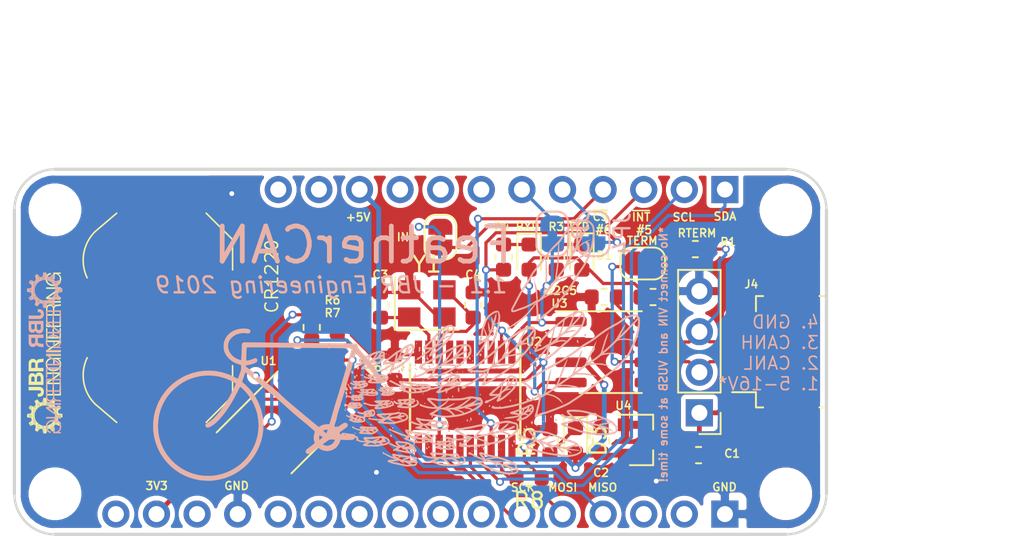
<source format=kicad_pcb>
(kicad_pcb (version 20171130) (host pcbnew "(5.1.5-0-10_14)")
  (title_block (title FeatherCAN) (date 2019-12-23) (rev 1.0) (company "JBR Engineering Research Ltd") (comment 1 "J. Whittington 2019"))
  (layers (0 F.Cu signal) (31 B.Cu signal) (34 B.Paste user) (35 F.Paste user) (36 B.SilkS user) (37 F.SilkS user) (38 B.Mask user) (39 F.Mask user) (44 Edge.Cuts user))
  (net 0 "")
  (net 1 /MISO)
  (net 2 /MOSI)
  (net 3 /SCK)
  (net 4 GND)
  (net 5 /SDA)
  (net 6 /SCL)
  (net 7 "Net-(BT1-Pad1)")
  (net 8 "Net-(U1-Pad4)")
  (net 9 "Net-(U1-Pad3)")
  (net 10 "Net-(U1-Pad1)")
  (net 11 "Net-(U2-Pad3)")
  (net 12 "Net-(U2-Pad4)")
  (net 13 "Net-(U2-Pad5)")
  (net 14 "Net-(U2-Pad6)")
  (net 15 "Net-(U2-Pad7)")
  (net 16 "Net-(U2-Pad11)")
  (net 17 "Net-(U2-Pad12)")
  (net 18 "Net-(U2-Pad15)")
  (net 19 "Net-(U3-Pad5)")
  (net 20 VCC)
  (net 21 "Net-(C3-Pad2)")
  (net 22 "Net-(C4-Pad2)")
  (net 23 "Net-(D1-Pad1)")
  (net 24 "Net-(D2-Pad1)")
  (net 25 "Net-(D3-Pad1)")
  (net 26 "Net-(J1-Pad2)")
  (net 27 "Net-(J1-Pad3)")
  (net 28 "Net-(J1-Pad7)")
  (net 29 "Net-(J1-Pad8)")
  (net 30 "Net-(J1-Pad9)")
  (net 31 "Net-(J1-Pad10)")
  (net 32 "Net-(J1-Pad11)")
  (net 33 "Net-(J1-Pad12)")
  (net 34 "Net-(J1-Pad14)")
  (net 35 "Net-(J1-Pad16)")
  (net 36 "Net-(J2-Pad7)")
  (net 37 /~INTCAN)
  (net 38 /~CSCAN)
  (net 39 "Net-(J2-Pad11)")
  (net 40 "Net-(J2-Pad12)")
  (net 41 "Net-(JP1-Pad2)")
  (net 42 "Net-(JP2-Pad2)")
  (net 43 "Net-(R2-Pad1)")
  (net 44 /VIN)
  (net 45 +5V)
  (net 46 /CAN+)
  (net 47 /CAN-)
  (net 48 "Net-(J2-Pad8)")
  (net 49 "Net-(J2-Pad9)")
  (net 50 "Net-(R8-Pad2)")
  (net 51 /FC_RX)
  (net 52 /FC_TX)
  (net 53 "Net-(JP3-Pad1)")
  (net 54 "Net-(JP4-Pad1)")
  (module MountingHole:MountingHole_2.7mm_M2.5 (layer F.Cu) (at 164.46 97.14)
    (fp_text reference REF** hide)
    (fp_text value MountingHole_2.7mm_M2.5 hide)
    (pad 1 np_thru_hole circle (at 0 0) (size 2.7 2.7) (drill 2.7) (layers *.Cu *.Mask))
  )
  (module MountingHole:MountingHole_2.7mm_M2.5 (layer F.Cu) (at 164.46 114.92)
    (fp_text reference REF** hide)
    (fp_text value MountingHole_2.7mm_M2.5 hide)
    (pad 1 np_thru_hole circle (at 0 0) (size 2.7 2.7) (drill 2.7) (layers *.Cu *.Mask))
  )
  (module MountingHole:MountingHole_2.7mm_M2.5 (layer F.Cu) (at 118.74 114.92)
    (fp_text reference REF** hide)
    (fp_text value MountingHole_2.7mm_M2.5 hide)
    (pad 1 np_thru_hole circle (at 0 0) (size 2.7 2.7) (drill 2.7) (layers *.Cu *.Mask))
  )
  (module MountingHole:MountingHole_2.7mm_M2.5 (layer F.Cu) (at 118.74 97.14)
    (fp_text reference REF** hide)
    (fp_text value MountingHole_2.7mm_M2.5 hide)
    (pad 1 np_thru_hole circle (at 0 0) (size 2.7 2.7) (drill 2.7) (layers *.Cu *.Mask))
  )
  (module KiCad/Capacitor_SMD.pretty:C_0603_1608Metric (layer F.Cu) (at 144.9 103.1 270)
    (fp_text reference C4 (at -1.9 0 180) (layer F.SilkS) (effects (font (size 0.5 0.5) (thickness 0.1))))
    (fp_text value 8pF)
    (pad 2 smd roundrect (at 0.7875 0 270) (size 0.875 0.95) (layers F.Cu F.Paste F.Mask) (net 22 "Net-(C4-Pad2)"))
    (pad 1 smd roundrect (at -0.7875 0 270) (size 0.875 0.95) (layers F.Cu F.Paste F.Mask) (net 4 GND))
  )
  (module tunaf1sh/JBR-logos.pretty:FeatherCAN (layer B.Cu) (at 140.1 105.9 180)
    (fp_text reference G*** hide)
    (fp_text value LOGO hide)
  )
  (module tunaf1sh/JBR-logos.pretty:jbr_logo_tiny (layer F.Cu) (at 118.1 106.1 90)
    (fp_text reference G*** hide)
    (fp_text value LOGO hide)
  )
  (module tunaf1sh/JBR-logos.pretty:jbr_logo_tiny (layer B.Cu) (at 118.1 106.1 270)
    (fp_text reference G*** hide)
    (fp_text value LOGO hide)
  )
  (module tunaf1sh/JBR-logos.pretty:FeatherCAN (layer B.Cu) (at 131.2 104.8 180)
    (fp_text reference G*** hide)
    (fp_text value LOGO hide)
  )
  (module tunaf1sh/JBR-logos.pretty:jbr-binary-xs-mask (layer F.Cu) (at 135.2 100.1)
    (fp_text reference G*** hide)
    (fp_text value LOGO hide)
  )
  (module KiCad/Connector_PinHeader_2.54mm.pretty:PinHeader_1x12_P2.54mm_Vertical (layer B.Cu) (at 160.65 95.87 90)
    (fp_text reference J2 hide)
    (fp_text value "Feather Short")
    (pad 1 thru_hole rect (at 0 0 90) (size 1.7 1.7) (drill 1) (layers *.Cu *.Mask) (net 5 /SDA))
    (pad 2 thru_hole oval (at 0 -2.54 90) (size 1.7 1.7) (drill 1) (layers *.Cu *.Mask) (net 6 /SCL))
    (pad 3 thru_hole oval (at 0 -5.08 90) (size 1.7 1.7) (drill 1) (layers *.Cu *.Mask) (net 37 /~INTCAN))
    (pad 4 thru_hole oval (at 0 -7.62 90) (size 1.7 1.7) (drill 1) (layers *.Cu *.Mask) (net 38 /~CSCAN))
    (pad 5 thru_hole oval (at 0 -10.16 90) (size 1.7 1.7) (drill 1) (layers *.Cu *.Mask) (net 51 /FC_RX))
    (pad 6 thru_hole oval (at 0 -12.7 90) (size 1.7 1.7) (drill 1) (layers *.Cu *.Mask) (net 52 /FC_TX))
    (pad 7 thru_hole oval (at 0 -15.24 90) (size 1.7 1.7) (drill 1) (layers *.Cu *.Mask) (net 36 "Net-(J2-Pad7)"))
    (pad 8 thru_hole oval (at 0 -17.78 90) (size 1.7 1.7) (drill 1) (layers *.Cu *.Mask) (net 48 "Net-(J2-Pad8)"))
    (pad 9 thru_hole oval (at 0 -20.32 90) (size 1.7 1.7) (drill 1) (layers *.Cu *.Mask) (net 49 "Net-(J2-Pad9)"))
    (pad 10 thru_hole oval (at 0 -22.86 90) (size 1.7 1.7) (drill 1) (layers *.Cu *.Mask) (net 45 +5V))
    (pad 11 thru_hole oval (at 0 -25.4 90) (size 1.7 1.7) (drill 1) (layers *.Cu *.Mask) (net 39 "Net-(J2-Pad11)"))
    (pad 12 thru_hole oval (at 0 -27.94 90) (size 1.7 1.7) (drill 1) (layers *.Cu *.Mask) (net 40 "Net-(J2-Pad12)"))
  )
  (module KiCad/Connector_PinHeader_2.54mm.pretty:PinHeader_1x16_P2.54mm_Vertical (layer B.Cu) (at 160.65 116.19 90)
    (fp_text reference J1 hide)
    (fp_text value "Feather Long")
    (pad 1 thru_hole rect (at 0 0 90) (size 1.7 1.7) (drill 1) (layers *.Cu *.Mask) (net 4 GND))
    (pad 2 thru_hole oval (at 0 -2.54 90) (size 1.7 1.7) (drill 1) (layers *.Cu *.Mask) (net 26 "Net-(J1-Pad2)"))
    (pad 3 thru_hole oval (at 0 -5.08 90) (size 1.7 1.7) (drill 1) (layers *.Cu *.Mask) (net 27 "Net-(J1-Pad3)"))
    (pad 4 thru_hole oval (at 0 -7.62 90) (size 1.7 1.7) (drill 1) (layers *.Cu *.Mask) (net 1 /MISO))
    (pad 5 thru_hole oval (at 0 -10.16 90) (size 1.7 1.7) (drill 1) (layers *.Cu *.Mask) (net 2 /MOSI))
    (pad 6 thru_hole oval (at 0 -12.7 90) (size 1.7 1.7) (drill 1) (layers *.Cu *.Mask) (net 3 /SCK))
    (pad 7 thru_hole oval (at 0 -15.24 90) (size 1.7 1.7) (drill 1) (layers *.Cu *.Mask) (net 28 "Net-(J1-Pad7)"))
    (pad 8 thru_hole oval (at 0 -17.78 90) (size 1.7 1.7) (drill 1) (layers *.Cu *.Mask) (net 29 "Net-(J1-Pad8)"))
    (pad 9 thru_hole oval (at 0 -20.32 90) (size 1.7 1.7) (drill 1) (layers *.Cu *.Mask) (net 30 "Net-(J1-Pad9)"))
    (pad 10 thru_hole oval (at 0 -22.86 90) (size 1.7 1.7) (drill 1) (layers *.Cu *.Mask) (net 31 "Net-(J1-Pad10)"))
    (pad 11 thru_hole oval (at 0 -25.4 90) (size 1.7 1.7) (drill 1) (layers *.Cu *.Mask) (net 32 "Net-(J1-Pad11)"))
    (pad 12 thru_hole oval (at 0 -27.94 90) (size 1.7 1.7) (drill 1) (layers *.Cu *.Mask) (net 33 "Net-(J1-Pad12)"))
    (pad 13 thru_hole oval (at 0 -30.48 90) (size 1.7 1.7) (drill 1) (layers *.Cu *.Mask) (net 4 GND))
    (pad 14 thru_hole oval (at 0 -33.02 90) (size 1.7 1.7) (drill 1) (layers *.Cu *.Mask) (net 34 "Net-(J1-Pad14)"))
    (pad 15 thru_hole oval (at 0 -35.56 90) (size 1.7 1.7) (drill 1) (layers *.Cu *.Mask) (net 20 VCC))
    (pad 16 thru_hole oval (at 0 -38.1 90) (size 1.7 1.7) (drill 1) (layers *.Cu *.Mask) (net 35 "Net-(J1-Pad16)"))
  )
  (module KiCad/Capacitor_SMD.pretty:C_0603_1608Metric (layer F.Cu) (at 159 112.5)
    (fp_text reference C1 (at 2.1 -0.1) (layer F.SilkS) (effects (font (size 0.5 0.5) (thickness 0.1))))
    (fp_text value 1uF)
    (pad 1 smd roundrect (at -0.7875 0) (size 0.875 0.95) (layers F.Cu F.Paste F.Mask) (net 44 /VIN))
    (pad 2 smd roundrect (at 0.7875 0) (size 0.875 0.95) (layers F.Cu F.Paste F.Mask) (net 4 GND))
  )
  (module KiCad/Resistor_SMD.pretty:R_0603_1608Metric (layer F.Cu) (at 150.1 100.1 270)
    (fp_text reference R3 (at -1.9 0) (layer F.SilkS) (effects (font (size 0.5 0.5) (thickness 0.1))))
    (fp_text value 1k)
    (pad 2 smd roundrect (at 0.7875 0 270) (size 0.875 0.95) (layers F.Cu F.Paste F.Mask) (net 53 "Net-(JP3-Pad1)"))
    (pad 1 smd roundrect (at -0.7875 0 270) (size 0.875 0.95) (layers F.Cu F.Paste F.Mask) (net 23 "Net-(D1-Pad1)"))
  )
  (module KiCad/Battery.pretty:BatteryHolder_LINX_BAT-HLD-012-SMT (layer F.Cu) (at 125.45 103.9 270)
    (fp_text reference BT1 hide)
    (fp_text value CR1220 (at -2.6 -6.85 90) (layer F.SilkS) (effects (font (size 0.8 0.8) (thickness 0.1))))
    (pad 1 smd rect (at -7.6 0 270) (size 2.5 5.1) (layers F.Cu F.Paste F.Mask) (net 7 "Net-(BT1-Pad1)"))
    (pad 1 smd rect (at 7.6 0 270) (size 2.5 5.1) (layers F.Cu F.Paste F.Mask) (net 7 "Net-(BT1-Pad1)"))
    (pad 2 smd circle (at 0 0 270) (size 10.2 10.2) (layers F.Cu F.Paste F.Mask) (net 4 GND))
  )
  (module KiCad/Package_SO.pretty:SOIC-8_3.9x4.9mm_P1.27mm (layer F.Cu) (at 133.1 110.45 45)
    (fp_text reference U1 (at 2.015254 -3.429468) (layer F.SilkS) (effects (font (size 0.5 0.5) (thickness 0.1))))
    (fp_text value DS3231MZ)
    (pad 8 smd roundrect (at 2.475 -1.905 45) (size 1.95 0.6) (layers F.Cu F.Paste F.Mask) (net 6 /SCL))
    (pad 7 smd roundrect (at 2.475 -0.635 45) (size 1.95 0.6) (layers F.Cu F.Paste F.Mask) (net 5 /SDA))
    (pad 6 smd roundrect (at 2.475 0.635 45) (size 1.95 0.6) (layers F.Cu F.Paste F.Mask) (net 7 "Net-(BT1-Pad1)"))
    (pad 5 smd roundrect (at 2.475 1.905 45) (size 1.95 0.6) (layers F.Cu F.Paste F.Mask) (net 4 GND))
    (pad 4 smd roundrect (at -2.475 1.905 45) (size 1.95 0.6) (layers F.Cu F.Paste F.Mask) (net 8 "Net-(U1-Pad4)"))
    (pad 3 smd roundrect (at -2.475 0.635 45) (size 1.95 0.6) (layers F.Cu F.Paste F.Mask) (net 9 "Net-(U1-Pad3)"))
    (pad 2 smd roundrect (at -2.475 -0.635 45) (size 1.95 0.6) (layers F.Cu F.Paste F.Mask) (net 20 VCC))
    (pad 1 smd roundrect (at -2.475 -1.905 45) (size 1.95 0.6) (layers F.Cu F.Paste F.Mask) (net 10 "Net-(U1-Pad1)"))
  )
  (module KiCad/Package_SO.pretty:TSSOP-20_4.4x6.5mm_P0.65mm (layer F.Cu) (at 144.4 109 270)
    (fp_text reference U2 (at -3.6 -4.3 180) (layer F.SilkS) (effects (font (size 0.5 0.5) (thickness 0.1))))
    (fp_text value MCP2515-xST)
    (pad 1 smd rect (at -2.95 -2.925 270) (size 1.45 0.45) (layers F.Cu F.Paste F.Mask) (net 53 "Net-(JP3-Pad1)"))
    (pad 2 smd rect (at -2.95 -2.275 270) (size 1.45 0.45) (layers F.Cu F.Paste F.Mask) (net 54 "Net-(JP4-Pad1)"))
    (pad 3 smd rect (at -2.95 -1.625 270) (size 1.45 0.45) (layers F.Cu F.Paste F.Mask) (net 11 "Net-(U2-Pad3)"))
    (pad 4 smd rect (at -2.95 -0.975 270) (size 1.45 0.45) (layers F.Cu F.Paste F.Mask) (net 12 "Net-(U2-Pad4)"))
    (pad 5 smd rect (at -2.95 -0.325 270) (size 1.45 0.45) (layers F.Cu F.Paste F.Mask) (net 13 "Net-(U2-Pad5)"))
    (pad 6 smd rect (at -2.95 0.325 270) (size 1.45 0.45) (layers F.Cu F.Paste F.Mask) (net 14 "Net-(U2-Pad6)"))
    (pad 7 smd rect (at -2.95 0.975 270) (size 1.45 0.45) (layers F.Cu F.Paste F.Mask) (net 15 "Net-(U2-Pad7)"))
    (pad 8 smd rect (at -2.95 1.625 270) (size 1.45 0.45) (layers F.Cu F.Paste F.Mask) (net 22 "Net-(C4-Pad2)"))
    (pad 9 smd rect (at -2.95 2.275 270) (size 1.45 0.45) (layers F.Cu F.Paste F.Mask) (net 21 "Net-(C3-Pad2)"))
    (pad 10 smd rect (at -2.95 2.925 270) (size 1.45 0.45) (layers F.Cu F.Paste F.Mask) (net 4 GND))
    (pad 11 smd rect (at 2.95 2.925 270) (size 1.45 0.45) (layers F.Cu F.Paste F.Mask) (net 16 "Net-(U2-Pad11)"))
    (pad 12 smd rect (at 2.95 2.275 270) (size 1.45 0.45) (layers F.Cu F.Paste F.Mask) (net 17 "Net-(U2-Pad12)"))
    (pad 13 smd rect (at 2.95 1.625 270) (size 1.45 0.45) (layers F.Cu F.Paste F.Mask) (net 42 "Net-(JP2-Pad2)"))
    (pad 14 smd rect (at 2.95 0.975 270) (size 1.45 0.45) (layers F.Cu F.Paste F.Mask) (net 3 /SCK))
    (pad 15 smd rect (at 2.95 0.325 270) (size 1.45 0.45) (layers F.Cu F.Paste F.Mask) (net 18 "Net-(U2-Pad15)"))
    (pad 16 smd rect (at 2.95 -0.325 270) (size 1.45 0.45) (layers F.Cu F.Paste F.Mask) (net 2 /MOSI))
    (pad 17 smd rect (at 2.95 -0.975 270) (size 1.45 0.45) (layers F.Cu F.Paste F.Mask) (net 1 /MISO))
    (pad 18 smd rect (at 2.95 -1.625 270) (size 1.45 0.45) (layers F.Cu F.Paste F.Mask) (net 38 /~CSCAN))
    (pad 19 smd rect (at 2.95 -2.275 270) (size 1.45 0.45) (layers F.Cu F.Paste F.Mask) (net 50 "Net-(R8-Pad2)"))
    (pad 20 smd rect (at 2.95 -2.925 270) (size 1.45 0.45) (layers F.Cu F.Paste F.Mask) (net 20 VCC))
  )
  (module KiCad/Package_SO.pretty:SOIC-8_3.9x4.9mm_P1.27mm (layer F.Cu) (at 153.5 106.05)
    (fp_text reference U3 (at -3.2 -3.05) (layer F.SilkS) (effects (font (size 0.5 0.5) (thickness 0.1))))
    (fp_text value MCP2551-I-SN)
    (pad 1 smd roundrect (at -2.475 -1.905) (size 1.95 0.6) (layers F.Cu F.Paste F.Mask) (net 53 "Net-(JP3-Pad1)"))
    (pad 2 smd roundrect (at -2.475 -0.635) (size 1.95 0.6) (layers F.Cu F.Paste F.Mask) (net 4 GND))
    (pad 3 smd roundrect (at -2.475 0.635) (size 1.95 0.6) (layers F.Cu F.Paste F.Mask) (net 45 +5V))
    (pad 4 smd roundrect (at -2.475 1.905) (size 1.95 0.6) (layers F.Cu F.Paste F.Mask) (net 54 "Net-(JP4-Pad1)"))
    (pad 5 smd roundrect (at 2.475 1.905) (size 1.95 0.6) (layers F.Cu F.Paste F.Mask) (net 19 "Net-(U3-Pad5)"))
    (pad 6 smd roundrect (at 2.475 0.635) (size 1.95 0.6) (layers F.Cu F.Paste F.Mask) (net 47 /CAN-))
    (pad 7 smd roundrect (at 2.475 -0.635) (size 1.95 0.6) (layers F.Cu F.Paste F.Mask) (net 46 /CAN+))
    (pad 8 smd roundrect (at 2.475 -1.905) (size 1.95 0.6) (layers F.Cu F.Paste F.Mask) (net 43 "Net-(R2-Pad1)"))
  )
  (module KiCad/LED_SMD.pretty:LED_0603_1608Metric (layer F.Cu) (at 151.7 100.1 270)
    (fp_text reference D1 (at -0.1 -1.4 180) (layer F.SilkS) (effects (font (size 0.5 0.5) (thickness 0.1))))
    (fp_text value TXD (at -1.9 0.2 180) (layer F.SilkS) (effects (font (size 0.5 0.5) (thickness 0.1))))
    (pad 2 smd roundrect (at 0.7875 0 270) (size 0.875 0.95) (layers F.Cu F.Paste F.Mask) (net 20 VCC))
    (pad 1 smd roundrect (at -0.7875 0 270) (size 0.875 0.95) (layers F.Cu F.Paste F.Mask) (net 23 "Net-(D1-Pad1)"))
  )
  (module KiCad/LED_SMD.pretty:LED_0603_1608Metric (layer F.Cu) (at 148.4 100.1 270)
    (fp_text reference D2 hide)
    (fp_text value RXD (at -1.9 0.1 180) (layer F.SilkS) (effects (font (size 0.5 0.5) (thickness 0.1))))
    (pad 1 smd roundrect (at -0.7875 0 270) (size 0.875 0.95) (layers F.Cu F.Paste F.Mask) (net 24 "Net-(D2-Pad1)"))
    (pad 2 smd roundrect (at 0.7875 0 270) (size 0.875 0.95) (layers F.Cu F.Paste F.Mask) (net 20 VCC))
  )
  (module KiCad/Jumper.pretty:SolderJumper-2_P1.3mm_Open_RoundedPad1.0x1.5mm (layer F.Cu) (at 155.5 100.5)
    (fp_text reference JP1 hide)
    (fp_text value TERM (at -0.025 -1.425) (layer F.SilkS) (effects (font (size 0.5 0.5) (thickness 0.1))))
    (pad 1 smd custom (at -0.65 0) (size 1 0.5) (layers F.Cu F.Mask) (net 47 /CAN-) (options (clearance outline) (anchor rect)) (primitives (gr_circle (center 0 0.25) (end 0.5 0.25) (width 0)) (gr_circle (center 0 -0.25) (end 0.5 -0.25) (width 0)) (gr_poly (pts (xy 0 -0.75) (xy 0.5 -0.75) (xy 0.5 0.75) (xy 0 0.75)) (width 0))))
    (pad 2 smd custom (at 0.65 0) (size 1 0.5) (layers F.Cu F.Mask) (net 41 "Net-(JP1-Pad2)") (options (clearance outline) (anchor rect)) (primitives (gr_circle (center 0 0.25) (end 0.5 0.25) (width 0)) (gr_circle (center 0 -0.25) (end 0.5 -0.25) (width 0)) (gr_poly (pts (xy 0 -0.75) (xy -0.5 -0.75) (xy -0.5 0.75) (xy 0 0.75)) (width 0))))
  )
  (module KiCad/Jumper.pretty:SolderJumper-2_P1.3mm_Bridged_RoundedPad1.0x1.5mm (layer F.Cu) (at 142.85 98.85 90)
    (fp_text reference JP2 hide)
    (fp_text value INT (at 0 -2.15) (layer F.SilkS) (effects (font (size 0.5 0.5) (thickness 0.1))))
    (fp_poly (pts (xy 0.25 -0.3) (xy -0.25 -0.3) (xy -0.25 0.3) (xy 0.25 0.3)) (layer F.Cu) (width 0))
    (pad 2 smd custom (at 0.65 0 90) (size 1 0.5) (layers F.Cu F.Mask) (net 42 "Net-(JP2-Pad2)") (options (clearance outline) (anchor rect)) (primitives (gr_circle (center 0 0.25) (end 0.5 0.25) (width 0)) (gr_circle (center 0 -0.25) (end 0.5 -0.25) (width 0)) (gr_poly (pts (xy 0 -0.75) (xy -0.5 -0.75) (xy -0.5 0.75) (xy 0 0.75)) (width 0))))
    (pad 1 smd custom (at -0.65 0 90) (size 1 0.5) (layers F.Cu F.Mask) (net 37 /~INTCAN) (options (clearance outline) (anchor rect)) (primitives (gr_circle (center 0 0.25) (end 0.5 0.25) (width 0)) (gr_circle (center 0 -0.25) (end 0.5 -0.25) (width 0)) (gr_poly (pts (xy 0 -0.75) (xy 0.5 -0.75) (xy 0.5 0.75) (xy 0 0.75)) (width 0))))
  )
  (module KiCad/Package_TO_SOT_SMD.pretty:SOT-23 (layer F.Cu) (at 155.4 111.55)
    (fp_text reference U4 (at -1.1 -2.15) (layer F.SilkS) (effects (font (size 0.5 0.5) (thickness 0.1))))
    (fp_text value 5V)
    (pad 1 smd rect (at -1 -0.95) (size 0.9 0.8) (layers F.Cu F.Paste F.Mask) (net 4 GND))
    (pad 2 smd rect (at -1 0.95) (size 0.9 0.8) (layers F.Cu F.Paste F.Mask) (net 45 +5V))
    (pad 3 smd rect (at 1 0) (size 0.9 0.8) (layers F.Cu F.Paste F.Mask) (net 44 /VIN))
  )
  (module KiCad/Connector_PinHeader_2.54mm.pretty:PinHeader_1x04_P2.54mm_Vertical (layer F.Cu) (at 159.05 109.85 180)
    (fp_text reference J3 hide)
    (fp_text value Header)
    (pad 1 thru_hole rect (at 0 0 180) (size 1.7 1.7) (drill 1) (layers *.Cu *.Mask) (net 44 /VIN))
    (pad 2 thru_hole oval (at 0 2.54 180) (size 1.7 1.7) (drill 1) (layers *.Cu *.Mask) (net 47 /CAN-))
    (pad 3 thru_hole oval (at 0 5.08 180) (size 1.7 1.7) (drill 1) (layers *.Cu *.Mask) (net 46 /CAN+))
    (pad 4 thru_hole oval (at 0 7.62 180) (size 1.7 1.7) (drill 1) (layers *.Cu *.Mask) (net 4 GND))
  )
  (module KiCad/Connector_Molex.pretty:Molex_PicoBlade_53261-0471_1x04-1MP_P1.25mm_Horizontal (layer F.Cu) (at 164.3 106.025 90)
    (fp_text reference J4 (at 4.225 -2 180) (layer F.SilkS) (effects (font (size 0.5 0.5) (thickness 0.1))))
    (fp_text value PicoBlade)
    (pad 1 smd roundrect (at -1.875 -2.4 90) (size 0.8 1.6) (layers F.Cu F.Paste F.Mask) (net 44 /VIN))
    (pad 2 smd roundrect (at -0.625 -2.4 90) (size 0.8 1.6) (layers F.Cu F.Paste F.Mask) (net 47 /CAN-))
    (pad 3 smd roundrect (at 0.625 -2.4 90) (size 0.8 1.6) (layers F.Cu F.Paste F.Mask) (net 46 /CAN+))
    (pad 4 smd roundrect (at 1.875 -2.4 90) (size 0.8 1.6) (layers F.Cu F.Paste F.Mask) (net 4 GND))
    (pad MP smd roundrect (at -4.425 0.5 90) (size 2.1 3) (layers F.Cu F.Paste F.Mask) (roundrect_rratio 0.119048))
    (pad MP smd roundrect (at 4.425 0.5 90) (size 2.1 3) (layers F.Cu F.Paste F.Mask) (roundrect_rratio 0.119048))
  )
  (module KiCad/Capacitor_SMD.pretty:C_0603_1608Metric (layer F.Cu) (at 152.9 111.6 90)
    (fp_text reference C2 (at -2 0 180) (layer F.SilkS) (effects (font (size 0.5 0.5) (thickness 0.1))))
    (fp_text value 1uF)
    (pad 1 smd roundrect (at -0.7875 0 90) (size 0.875 0.95) (layers F.Cu F.Paste F.Mask) (net 45 +5V))
    (pad 2 smd roundrect (at 0.7875 0 90) (size 0.875 0.95) (layers F.Cu F.Paste F.Mask) (net 4 GND))
  )
  (module KiCad/Capacitor_SMD.pretty:C_0603_1608Metric (layer F.Cu) (at 139.1 103.1 270)
    (fp_text reference C3 (at -1.9 0 180) (layer F.SilkS) (effects (font (size 0.5 0.5) (thickness 0.1))))
    (fp_text value 8pF)
    (pad 1 smd roundrect (at -0.7875 0 270) (size 0.875 0.95) (layers F.Cu F.Paste F.Mask) (net 4 GND))
    (pad 2 smd roundrect (at 0.7875 0 270) (size 0.875 0.95) (layers F.Cu F.Paste F.Mask) (net 21 "Net-(C3-Pad2)"))
  )
  (module KiCad/Capacitor_SMD.pretty:C_0603_1608Metric (layer F.Cu) (at 156.15 102.6)
    (fp_text reference C5 (at -5.25 -0.4) (layer F.SilkS) (effects (font (size 0.5 0.5) (thickness 0.1))))
    (fp_text value 100nF)
    (pad 2 smd roundrect (at 0.7875 0) (size 0.875 0.95) (layers F.Cu F.Paste F.Mask) (net 4 GND))
    (pad 1 smd roundrect (at -0.7875 0) (size 0.875 0.95) (layers F.Cu F.Paste F.Mask) (net 20 VCC))
  )
  (module KiCad/Capacitor_SMD.pretty:C_0603_1608Metric (layer F.Cu) (at 140 107 270)
    (fp_text reference C6 (at 0 1.3 180) (layer F.SilkS) (effects (font (size 0.5 0.5) (thickness 0.1))))
    (fp_text value 100nF)
    (pad 2 smd roundrect (at 0.7875 0 270) (size 0.875 0.95) (layers F.Cu F.Paste F.Mask) (net 20 VCC))
    (pad 1 smd roundrect (at -0.7875 0 270) (size 0.875 0.95) (layers F.Cu F.Paste F.Mask) (net 4 GND))
  )
  (module KiCad/Resistor_SMD.pretty:R_0603_1608Metric (layer F.Cu) (at 158.8 99.6)
    (fp_text reference R1 (at 2.05 -0.45) (layer F.SilkS) (effects (font (size 0.5 0.5) (thickness 0.1))))
    (fp_text value 120R)
    (pad 2 smd roundrect (at 0.7875 0) (size 0.875 0.95) (layers F.Cu F.Paste F.Mask) (net 46 /CAN+))
    (pad 1 smd roundrect (at -0.7875 0) (size 0.875 0.95) (layers F.Cu F.Paste F.Mask) (net 41 "Net-(JP1-Pad2)"))
  )
  (module KiCad/Resistor_SMD.pretty:R_0603_1608Metric (layer F.Cu) (at 153.1 102.6 180)
    (fp_text reference R2 (at 3.2 0.4) (layer F.SilkS) (effects (font (size 0.5 0.5) (thickness 0.1))))
    (fp_text value 0R)
    (pad 1 smd roundrect (at -0.7875 0 180) (size 0.875 0.95) (layers F.Cu F.Paste F.Mask) (net 43 "Net-(R2-Pad1)"))
    (pad 2 smd roundrect (at 0.7875 0 180) (size 0.875 0.95) (layers F.Cu F.Paste F.Mask) (net 4 GND))
  )
  (module KiCad/Resistor_SMD.pretty:R_0603_1608Metric (layer F.Cu) (at 146.8 100.1 270)
    (fp_text reference R4 (at -1.9 0.1 180) (layer F.SilkS) (effects (font (size 0.5 0.5) (thickness 0.1))))
    (fp_text value 1k)
    (pad 2 smd roundrect (at 0.7875 0 270) (size 0.875 0.95) (layers F.Cu F.Paste F.Mask) (net 54 "Net-(JP4-Pad1)"))
    (pad 1 smd roundrect (at -0.7875 0 270) (size 0.875 0.95) (layers F.Cu F.Paste F.Mask) (net 24 "Net-(D2-Pad1)"))
  )
  (module KiCad/Resistor_SMD.pretty:R_0603_1608Metric (layer F.Cu) (at 134.8 104.5 270)
    (fp_text reference R6 (at -1.7 -1.3 180) (layer F.SilkS) (effects (font (size 0.5 0.5) (thickness 0.1))))
    (fp_text value 4k7)
    (pad 1 smd roundrect (at -0.7875 0 270) (size 0.875 0.95) (layers F.Cu F.Paste F.Mask) (net 20 VCC))
    (pad 2 smd roundrect (at 0.7875 0 270) (size 0.875 0.95) (layers F.Cu F.Paste F.Mask) (net 6 /SCL))
  )
  (module KiCad/Resistor_SMD.pretty:R_0603_1608Metric (layer F.Cu) (at 136.4 105.6 270)
    (fp_text reference R7 (at -2 0.3 180) (layer F.SilkS) (effects (font (size 0.5 0.5) (thickness 0.1))))
    (fp_text value 4k7)
    (pad 2 smd roundrect (at 0.7875 0 270) (size 0.875 0.95) (layers F.Cu F.Paste F.Mask) (net 5 /SDA))
    (pad 1 smd roundrect (at -0.7875 0 270) (size 0.875 0.95) (layers F.Cu F.Paste F.Mask) (net 20 VCC))
  )
  (module KiCad/Crystal.pretty:Crystal_SMD_3225-4Pin_3.2x2.5mm (layer F.Cu) (at 142 103)
    (fp_text reference Y1 (at 0 -2.45) (layer F.SilkS))
    (fp_text value 16MHz)
    (pad 1 smd rect (at -1.1 0.85) (size 1.4 1.2) (layers F.Cu F.Paste F.Mask) (net 21 "Net-(C3-Pad2)"))
    (pad 2 smd rect (at 1.1 0.85) (size 1.4 1.2) (layers F.Cu F.Paste F.Mask) (net 4 GND))
    (pad 3 smd rect (at 1.1 -0.85) (size 1.4 1.2) (layers F.Cu F.Paste F.Mask) (net 22 "Net-(C4-Pad2)"))
    (pad 4 smd rect (at -1.1 -0.85) (size 1.4 1.2) (layers F.Cu F.Paste F.Mask) (net 4 GND))
  )
  (module KiCad/LED_SMD.pretty:LED_0603_1608Metric (layer F.Cu) (at 151.3 111.6 270)
    (fp_text reference D3 (at 0 -1.43 90) (layer F.SilkS))
    (fp_text value PWR)
    (pad 1 smd roundrect (at -0.7875 0 270) (size 0.875 0.95) (layers F.Cu F.Paste F.Mask) (net 25 "Net-(D3-Pad1)"))
    (pad 2 smd roundrect (at 0.7875 0 270) (size 0.875 0.95) (layers F.Cu F.Paste F.Mask) (net 45 +5V))
  )
  (module KiCad/Resistor_SMD.pretty:R_0603_1608Metric (layer F.Cu) (at 149.7 111.6625 90)
    (fp_text reference R5 (at 0 -1.43 90) (layer F.SilkS))
    (fp_text value 1k)
    (pad 1 smd roundrect (at -0.7875 0 90) (size 0.875 0.95) (layers F.Cu F.Paste F.Mask) (net 25 "Net-(D3-Pad1)"))
    (pad 2 smd roundrect (at 0.7875 0 90) (size 0.875 0.95) (layers F.Cu F.Paste F.Mask) (net 4 GND))
  )
  (module KiCad/Resistor_SMD.pretty:R_0603_1608Metric (layer F.Cu) (at 148.4 113.925 180)
    (fp_text reference R8 (at 0 -1.43) (layer F.SilkS))
    (fp_text value 1k)
    (pad 2 smd roundrect (at 0.7875 0 180) (size 0.875 0.95) (layers F.Cu F.Paste F.Mask) (net 50 "Net-(R8-Pad2)"))
    (pad 1 smd roundrect (at -0.7875 0 180) (size 0.875 0.95) (layers F.Cu F.Paste F.Mask) (net 20 VCC))
  )
  (module KiCad/Jumper.pretty:SolderJumper-2_P1.3mm_Bridged_RoundedPad1.0x1.5mm (layer B.Cu) (at 149.85 98.65 90)
    (fp_text reference JP3 (at 0 1.8 90) (layer B.SilkS) (effects (justify mirror)))
    (fp_text value INT)
    (fp_poly (pts (xy 0.25 0.3) (xy -0.25 0.3) (xy -0.25 -0.3) (xy 0.25 -0.3)) (layer B.Cu) (width 0))
    (pad 1 smd custom (at -0.65 0 90) (size 1 0.5) (layers B.Cu B.Mask) (net 53 "Net-(JP3-Pad1)") (options (clearance outline) (anchor rect)) (primitives (gr_circle (center 0 -0.25) (end 0.5 -0.25) (width 0)) (gr_circle (center 0 0.25) (end 0.5 0.25) (width 0)) (gr_poly (pts (xy 0 0.75) (xy 0.5 0.75) (xy 0.5 -0.75) (xy 0 -0.75)) (width 0))))
    (pad 2 smd custom (at 0.65 0 90) (size 1 0.5) (layers B.Cu B.Mask) (net 52 /FC_TX) (options (clearance outline) (anchor rect)) (primitives (gr_circle (center 0 -0.25) (end 0.5 -0.25) (width 0)) (gr_circle (center 0 0.25) (end 0.5 0.25) (width 0)) (gr_poly (pts (xy 0 0.75) (xy -0.5 0.75) (xy -0.5 -0.75) (xy 0 -0.75)) (width 0))))
  )
  (module KiCad/Jumper.pretty:SolderJumper-2_P1.3mm_Bridged_RoundedPad1.0x1.5mm (layer B.Cu) (at 152.425 98.65 90)
    (fp_text reference JP4 (at 0 1.8 90) (layer B.SilkS) (effects (justify mirror)))
    (fp_text value INT)
    (fp_poly (pts (xy 0.25 0.3) (xy -0.25 0.3) (xy -0.25 -0.3) (xy 0.25 -0.3)) (layer B.Cu) (width 0))
    (pad 2 smd custom (at 0.65 0 90) (size 1 0.5) (layers B.Cu B.Mask) (net 51 /FC_RX) (options (clearance outline) (anchor rect)) (primitives (gr_circle (center 0 -0.25) (end 0.5 -0.25) (width 0)) (gr_circle (center 0 0.25) (end 0.5 0.25) (width 0)) (gr_poly (pts (xy 0 0.75) (xy -0.5 0.75) (xy -0.5 -0.75) (xy 0 -0.75)) (width 0))))
    (pad 1 smd custom (at -0.65 0 90) (size 1 0.5) (layers B.Cu B.Mask) (net 54 "Net-(JP4-Pad1)") (options (clearance outline) (anchor rect)) (primitives (gr_circle (center 0 -0.25) (end 0.5 -0.25) (width 0)) (gr_circle (center 0 0.25) (end 0.5 0.25) (width 0)) (gr_poly (pts (xy 0 0.75) (xy 0.5 0.75) (xy 0.5 -0.75) (xy 0 -0.75)) (width 0))))
  )
  (gr_text "1.1 - JBR Engineering 2019" (at 136.05 101.85) (layer B.SilkS) (effects (font (size 1 1) (thickness 0.15) italic) (justify mirror)))
  (gr_text FeatherCAN (at 138 99.35) (layer B.SilkS) (effects (font (size 2.2 2.2) (thickness 0.3)) (justify mirror)))
  (gr_text "*No connect VIN and VUSB at some time!" (at 156.8 106.2 90) (layer B.SilkS) (effects (font (size 0.5 0.5) (thickness 0.1)) (justify mirror)))
  (gr_text "4. GND\n3. CANH\n2. CANL\n1. 5-16V*" (at 166.6 106.1) (layer B.SilkS) (effects (font (size 0.8 0.8) (thickness 0.1)) (justify left mirror)))
  (gr_text RTERM (at 158.9 98.6) (layer F.SilkS) (effects (font (size 0.5 0.5) (thickness 0.1))))
  (gr_text 3V3 (at 125.1 114.425) (layer F.SilkS) (effects (font (size 0.5 0.5) (thickness 0.1))))
  (gr_text GND (at 130.1 114.425) (layer F.SilkS) (effects (font (size 0.5 0.5) (thickness 0.1))))
  (gr_text +5V (at 137.7 97.6) (layer F.SilkS) (effects (font (size 0.5 0.5) (thickness 0.1))))
  (gr_text SCK (at 148 114.525) (layer F.SilkS) (effects (font (size 0.5 0.5) (thickness 0.1))))
  (gr_text MOSI (at 150.5 114.525) (layer F.SilkS) (effects (font (size 0.5 0.5) (thickness 0.1))))
  (gr_text MISO (at 153 114.525) (layer F.SilkS) (effects (font (size 0.5 0.5) (thickness 0.1))))
  (gr_text GND (at 160.625 114.5) (layer F.SilkS) (effects (font (size 0.5 0.5) (thickness 0.1))))
  (gr_text "~CS \n#6" (at 153.05 97.975) (layer F.SilkS) (effects (font (size 0.5 0.5) (thickness 0.1))))
  (gr_text "~INT \n#5" (at 155.6 98) (layer F.SilkS) (effects (font (size 0.5 0.5) (thickness 0.1))))
  (gr_text SDA (at 160.65 97.55) (layer F.SilkS) (effects (font (size 0.5 0.5) (thickness 0.1))))
  (gr_text SCL (at 158.075 97.6) (layer F.SilkS) (effects (font (size 0.5 0.5) (thickness 0.1))))
  (gr_arc (start 164.46 97.14) (end 167 97.14) (angle -90) (layer Edge.Cuts) (width 0.15))
  (gr_arc (start 164.46 114.92) (end 164.46 117.46) (angle -90) (layer Edge.Cuts) (width 0.15))
  (gr_arc (start 118.74 114.92) (end 116.2 114.92) (angle -90) (layer Edge.Cuts) (width 0.15))
  (gr_arc (start 118.74 97.14) (end 118.74 94.6) (angle -90) (layer Edge.Cuts) (width 0.15))
  (gr_line (start 116.2 114.92) (end 116.2 97.14) (layer Edge.Cuts) (width 0.2))
  (gr_line (start 164.46 117.46) (end 118.74 117.46) (layer Edge.Cuts) (width 0.2))
  (gr_line (start 167 97.14) (end 167 114.92) (layer Edge.Cuts) (width 0.2))
  (gr_line (start 118.74 94.6) (end 164.46 94.6) (layer Edge.Cuts) (width 0.2))
  (via (at 131.3 107.525) (size 0.5) (drill 0.3) (layers F.Cu B.Cu) (net 0))
  (via (at 138.85 113.575) (size 0.5) (drill 0.3) (layers F.Cu B.Cu) (net 4))
  (segment (start 145.375 111.95) (end 145.375 112.975) (width 0.2) (layer F.Cu) (net 1))
  (segment (start 145.375 112.975) (end 146.325001 113.925001) (width 0.2) (layer F.Cu) (net 1))
  (segment (start 146.325001 113.925001) (end 146.575 114.175) (width 0.2) (layer F.Cu) (net 1))
  (via (at 146.575 114.175) (size 0.5) (drill 0.3) (layers F.Cu B.Cu) (net 1))
  (segment (start 150.684302 114.85) (end 151.69 114.85) (width 0.2) (layer B.Cu) (net 1))
  (segment (start 149.834302 114) (end 150.684302 114.85) (width 0.2) (layer B.Cu) (net 1))
  (segment (start 146.75 114) (end 149.834302 114) (width 0.2) (layer B.Cu) (net 1))
  (segment (start 146.575 114.175) (end 146.75 114) (width 0.2) (layer B.Cu) (net 1))
  (segment (start 151.69 114.85) (end 153.03 116.19) (width 0.2) (layer B.Cu) (net 1))
  (segment (start 149.640001 115.340001) (end 150.49 116.19) (width 0.2) (layer F.Cu) (net 2))
  (segment (start 146.555698 115.039999) (end 149.339999 115.039999) (width 0.2) (layer F.Cu) (net 2))
  (segment (start 149.339999 115.039999) (end 149.640001 115.340001) (width 0.2) (layer F.Cu) (net 2))
  (segment (start 144.725 113.209301) (end 146.555698 115.039999) (width 0.2) (layer F.Cu) (net 2))
  (segment (start 144.725 111.95) (end 144.725 113.209301) (width 0.2) (layer F.Cu) (net 2))
  (segment (start 144.325 113.375) (end 147.14 116.19) (width 0.2) (layer F.Cu) (net 3))
  (segment (start 143.875 113.375) (end 144.325 113.375) (width 0.2) (layer F.Cu) (net 3))
  (segment (start 147.14 116.19) (end 147.95 116.19) (width 0.2) (layer F.Cu) (net 3))
  (segment (start 143.425 112.925) (end 143.875 113.375) (width 0.2) (layer F.Cu) (net 3))
  (segment (start 143.425 111.95) (end 143.425 112.925) (width 0.2) (layer F.Cu) (net 3))
  (segment (start 141.3125 106.2125) (end 141.475 106.05) (width 0.2) (layer F.Cu) (net 4))
  (segment (start 140 106.2125) (end 141.3125 106.2125) (width 0.2) (layer F.Cu) (net 4))
  (segment (start 139.525 106.2125) (end 140 106.2125) (width 0.2) (layer F.Cu) (net 4))
  (segment (start 139.2 102.3125) (end 138.725 102.3125) (width 0.2) (layer F.Cu) (net 4))
  (segment (start 140.7375 102.3125) (end 140.9 102.15) (width 0.2) (layer F.Cu) (net 4))
  (segment (start 139.1 102.3125) (end 140.7375 102.3125) (width 0.2) (layer F.Cu) (net 4))
  (segment (start 141 102.15) (end 140.9 102.15) (width 0.2) (layer F.Cu) (net 4))
  (segment (start 142.7 103.85) (end 141 102.15) (width 0.2) (layer F.Cu) (net 4))
  (segment (start 143.1 103.85) (end 142.7 103.85) (width 0.2) (layer F.Cu) (net 4))
  (via (at 156.35 114.125) (size 0.5) (drill 0.3) (layers F.Cu B.Cu) (net 4))
  (segment (start 154.4 110) (end 153.725 109.325) (width 0.2) (layer F.Cu) (net 4))
  (segment (start 154.4 110.6) (end 154.4 110) (width 0.2) (layer F.Cu) (net 4))
  (segment (start 159.385001 113.875001) (end 160.65 115.14) (width 0.2) (layer B.Cu) (net 4))
  (segment (start 156.599999 113.875001) (end 159.385001 113.875001) (width 0.2) (layer B.Cu) (net 4))
  (segment (start 160.65 115.14) (end 160.65 116.19) (width 0.2) (layer B.Cu) (net 4))
  (segment (start 156.35 114.125) (end 156.599999 113.875001) (width 0.2) (layer B.Cu) (net 4))
  (segment (start 129.75 96.125) (end 129.8 96.125) (width 0.2) (layer F.Cu) (net 4))
  (via (at 129.8 96.125) (size 0.5) (drill 0.3) (layers F.Cu B.Cu) (net 4))
  (segment (start 134.974102 108.250898) (end 134.401076 108.250898) (width 0.2) (layer F.Cu) (net 5))
  (segment (start 136.4 106.825) (end 134.974102 108.250898) (width 0.2) (layer F.Cu) (net 5))
  (segment (start 136.4 106.3875) (end 136.4 106.825) (width 0.2) (layer F.Cu) (net 5))
  (via (at 137.354841 106.545159) (size 0.5) (drill 0.3) (layers F.Cu B.Cu) (net 5))
  (segment (start 137.354841 109.454841) (end 137.354841 106.545159) (width 0.2) (layer B.Cu) (net 5))
  (segment (start 136.557659 106.545159) (end 136.4 106.3875) (width 0.2) (layer F.Cu) (net 5))
  (segment (start 137.354841 106.545159) (end 136.557659 106.545159) (width 0.2) (layer F.Cu) (net 5))
  (segment (start 141.5 113.6) (end 141.634301 113.6) (width 0.2) (layer B.Cu) (net 5))
  (segment (start 141.634301 113.6) (end 141.634311 113.60001) (width 0.2) (layer B.Cu) (net 5))
  (segment (start 141.5 113.6) (end 137.354841 109.454841) (width 0.2) (layer B.Cu) (net 5))
  (segment (start 146.335988 113.60001) (end 141.50001 113.60001) (width 0.2) (layer B.Cu) (net 5))
  (segment (start 157.1 97.5) (end 154.8 99.8) (width 0.2) (layer B.Cu) (net 5))
  (segment (start 146.336639 113.599359) (end 146.335988 113.60001) (width 0.2) (layer B.Cu) (net 5))
  (segment (start 149.999361 113.599359) (end 146.336639 113.599359) (width 0.2) (layer B.Cu) (net 5))
  (segment (start 154.8 99.8) (end 154.8 111.379701) (width 0.2) (layer B.Cu) (net 5))
  (segment (start 160.65 95.87) (end 160.65 96.92) (width 0.2) (layer B.Cu) (net 5))
  (segment (start 160.07 97.5) (end 157.1 97.5) (width 0.2) (layer B.Cu) (net 5))
  (segment (start 151.779701 114.4) (end 150.800002 114.4) (width 0.2) (layer B.Cu) (net 5))
  (segment (start 141.50001 113.60001) (end 141.5 113.6) (width 0.2) (layer B.Cu) (net 5))
  (segment (start 154.8 111.379701) (end 151.779701 114.4) (width 0.2) (layer B.Cu) (net 5))
  (segment (start 150.800002 114.4) (end 149.999361 113.599359) (width 0.2) (layer B.Cu) (net 5))
  (segment (start 160.65 96.92) (end 160.07 97.5) (width 0.2) (layer B.Cu) (net 5))
  (segment (start 133.927315 107.352872) (end 133.503051 107.352872) (width 0.2) (layer F.Cu) (net 6))
  (segment (start 134.8 106.480187) (end 133.927315 107.352872) (width 0.2) (layer F.Cu) (net 6))
  (segment (start 134.8 105.2875) (end 134.8 106.480187) (width 0.2) (layer F.Cu) (net 6))
  (via (at 133.9 105.3) (size 0.5) (drill 0.3) (layers F.Cu B.Cu) (net 6))
  (segment (start 133.9125 105.2875) (end 133.9 105.3) (width 0.2) (layer F.Cu) (net 6))
  (segment (start 134.8 105.2875) (end 133.9125 105.2875) (width 0.2) (layer F.Cu) (net 6))
  (segment (start 150.16505 113.199348) (end 150.865702 113.9) (width 0.2) (layer B.Cu) (net 6))
  (segment (start 150.865702 113.9) (end 151.714001 113.9) (width 0.2) (layer B.Cu) (net 6))
  (segment (start 133.9 105.3) (end 137 105.3) (width 0.2) (layer B.Cu) (net 6))
  (segment (start 137 105.3) (end 138 106.3) (width 0.2) (layer B.Cu) (net 6))
  (segment (start 157.260001 96.719999) (end 158.11 95.87) (width 0.2) (layer B.Cu) (net 6))
  (segment (start 138 106.3) (end 138 109.4) (width 0.2) (layer B.Cu) (net 6))
  (segment (start 141.799999 113.199999) (end 146.170299 113.199999) (width 0.2) (layer B.Cu) (net 6))
  (segment (start 154.300001 111.314) (end 154.300001 99.679999) (width 0.2) (layer B.Cu) (net 6))
  (segment (start 151.714001 113.9) (end 154.300001 111.314) (width 0.2) (layer B.Cu) (net 6))
  (segment (start 146.170299 113.199999) (end 146.17095 113.199348) (width 0.2) (layer B.Cu) (net 6))
  (segment (start 146.17095 113.199348) (end 150.16505 113.199348) (width 0.2) (layer B.Cu) (net 6))
  (segment (start 138 109.4) (end 141.799999 113.199999) (width 0.2) (layer B.Cu) (net 6))
  (segment (start 154.300001 99.679999) (end 157.260001 96.719999) (width 0.2) (layer B.Cu) (net 6))
  (segment (start 128.2 111.5) (end 125.45 111.5) (width 0.2) (layer F.Cu) (net 7))
  (segment (start 133.1 109) (end 130.7 109) (width 0.2) (layer F.Cu) (net 7))
  (segment (start 130.7 109) (end 128.2 111.5) (width 0.2) (layer F.Cu) (net 7))
  (segment (start 133.8 109.6) (end 133.1 109) (width 0.2) (layer F.Cu) (net 7))
  (segment (start 134.848026 109.6) (end 133.8 109.6) (width 0.2) (layer F.Cu) (net 7))
  (segment (start 135.299102 109.148924) (end 134.848026 109.6) (width 0.2) (layer F.Cu) (net 7))
  (segment (start 122.7 111.5) (end 125.45 111.5) (width 0.2) (layer F.Cu) (net 7))
  (segment (start 119.5 100.7) (end 119.5 108.3) (width 0.2) (layer F.Cu) (net 7))
  (segment (start 123.9 96.3) (end 119.5 100.7) (width 0.2) (layer F.Cu) (net 7))
  (segment (start 119.5 108.3) (end 122.7 111.5) (width 0.2) (layer F.Cu) (net 7))
  (segment (start 125.45 96.3) (end 123.9 96.3) (width 0.2) (layer F.Cu) (net 7))
  (segment (start 155.665 102.6) (end 155.665 102.28) (width 0.2) (layer F.Cu) (net 20))
  (segment (start 126.58 114.7) (end 125.09 116.19) (width 0.3) (layer F.Cu) (net 20))
  (segment (start 127.951974 114.7) (end 126.58 114.7) (width 0.3) (layer F.Cu) (net 20))
  (segment (start 130.900898 111.751076) (end 127.951974 114.7) (width 0.3) (layer F.Cu) (net 20))
  (segment (start 154.98751 101.75001) (end 155.3625 102.125) (width 0.2) (layer F.Cu) (net 20))
  (segment (start 153.03751 101.75001) (end 154.98751 101.75001) (width 0.2) (layer F.Cu) (net 20))
  (segment (start 155.3625 102.125) (end 155.3625 102.6) (width 0.2) (layer F.Cu) (net 20))
  (segment (start 152.175 100.8875) (end 153.03751 101.75001) (width 0.2) (layer F.Cu) (net 20))
  (segment (start 151.7 100.8875) (end 152.175 100.8875) (width 0.2) (layer F.Cu) (net 20))
  (segment (start 151.7 100.45) (end 151.7 100.8875) (width 0.2) (layer F.Cu) (net 20))
  (segment (start 148.70001 100.14999) (end 151.39999 100.14999) (width 0.2) (layer F.Cu) (net 20))
  (segment (start 148.4 100.45) (end 148.70001 100.14999) (width 0.2) (layer F.Cu) (net 20))
  (segment (start 151.39999 100.14999) (end 151.7 100.45) (width 0.2) (layer F.Cu) (net 20))
  (segment (start 148.4 100.8875) (end 148.4 100.45) (width 0.2) (layer F.Cu) (net 20))
  (via (at 148.4 101.9) (size 0.5) (drill 0.3) (layers F.Cu B.Cu) (net 20))
  (segment (start 148.4 100.8875) (end 148.4 101.9) (width 0.2) (layer F.Cu) (net 20))
  (via (at 149.3 106.7) (size 0.5) (drill 0.3) (layers F.Cu B.Cu) (net 20))
  (segment (start 148.4 105.8) (end 149.3 106.7) (width 0.2) (layer B.Cu) (net 20))
  (segment (start 148.4 101.9) (end 148.4 105.8) (width 0.2) (layer B.Cu) (net 20))
  (segment (start 147.325 111.95) (end 148.05 111.95) (width 0.2) (layer F.Cu) (net 20))
  (segment (start 149.3 110.8) (end 148.1 112) (width 0.2) (layer B.Cu) (net 20))
  (segment (start 149.3 106.7) (end 149.3 110.8) (width 0.2) (layer B.Cu) (net 20))
  (segment (start 148.05 111.95) (end 148.1 112) (width 0.2) (layer F.Cu) (net 20))
  (via (at 148.1 112) (size 0.5) (drill 0.3) (layers F.Cu B.Cu) (net 20))
  (segment (start 148.2125 107.7875) (end 140 107.7875) (width 0.2) (layer F.Cu) (net 20))
  (segment (start 149.3 106.7) (end 148.2125 107.7875) (width 0.2) (layer F.Cu) (net 20))
  (segment (start 139.375 107.7875) (end 136.4 104.8125) (width 0.2) (layer F.Cu) (net 20))
  (segment (start 140 107.7875) (end 139.375 107.7875) (width 0.2) (layer F.Cu) (net 20))
  (segment (start 136.4 104.375) (end 136.4 104.8125) (width 0.2) (layer F.Cu) (net 20))
  (segment (start 135.7375 103.7125) (end 136.4 104.375) (width 0.2) (layer F.Cu) (net 20))
  (segment (start 134.8 103.7125) (end 135.7375 103.7125) (width 0.2) (layer F.Cu) (net 20))
  (via (at 133.6 103.7) (size 0.5) (drill 0.3) (layers F.Cu B.Cu) (net 20))
  (segment (start 133.6125 103.7125) (end 133.6 103.7) (width 0.2) (layer F.Cu) (net 20))
  (segment (start 134.8 103.7125) (end 133.6125 103.7125) (width 0.2) (layer F.Cu) (net 20))
  (via (at 132.3 110.4) (size 0.5) (drill 0.3) (layers F.Cu B.Cu) (net 20))
  (segment (start 132.3 105) (end 132.3 110.4) (width 0.2) (layer B.Cu) (net 20))
  (segment (start 133.6 103.7) (end 132.3 105) (width 0.2) (layer B.Cu) (net 20))
  (segment (start 132.251974 110.4) (end 130.900898 111.751076) (width 0.2) (layer F.Cu) (net 20))
  (segment (start 132.3 110.4) (end 132.251974 110.4) (width 0.2) (layer F.Cu) (net 20))
  (segment (start 148.1 112.8375) (end 149.1875 113.925) (width 0.2) (layer F.Cu) (net 20))
  (segment (start 148.1 112) (end 148.1 112.8375) (width 0.2) (layer F.Cu) (net 20))
  (segment (start 140.8625 103.8875) (end 140.9 103.85) (width 0.2) (layer F.Cu) (net 21))
  (segment (start 139.1 103.8875) (end 140.8625 103.8875) (width 0.2) (layer F.Cu) (net 21))
  (segment (start 142.125 104.975) (end 142.125 105.125) (width 0.2) (layer F.Cu) (net 21))
  (segment (start 142.125 105.125) (end 142.125 106.05) (width 0.2) (layer F.Cu) (net 21))
  (segment (start 141 103.85) (end 142.125 104.975) (width 0.2) (layer F.Cu) (net 21))
  (segment (start 140.9 103.85) (end 141 103.85) (width 0.2) (layer F.Cu) (net 21))
  (segment (start 144.9 103.85) (end 144.9 103.8875) (width 0.2) (layer F.Cu) (net 22))
  (segment (start 143.2 102.15) (end 144.9 103.85) (width 0.2) (layer F.Cu) (net 22))
  (segment (start 143.1 102.15) (end 143.2 102.15) (width 0.2) (layer F.Cu) (net 22))
  (segment (start 144.9 104.325) (end 144.9 103.8875) (width 0.2) (layer F.Cu) (net 22))
  (segment (start 143.234997 104.750001) (end 144.474999 104.750001) (width 0.2) (layer F.Cu) (net 22))
  (segment (start 142.775 105.209998) (end 143.234997 104.750001) (width 0.2) (layer F.Cu) (net 22))
  (segment (start 144.474999 104.750001) (end 144.9 104.325) (width 0.2) (layer F.Cu) (net 22))
  (segment (start 142.775 106.05) (end 142.775 105.209998) (width 0.2) (layer F.Cu) (net 22))
  (segment (start 150.1 99.3125) (end 151.7 99.3125) (width 0.2) (layer F.Cu) (net 23))
  (segment (start 148.4 99.3125) (end 146.8 99.3125) (width 0.2) (layer F.Cu) (net 24))
  (segment (start 149.725 112.3875) (end 151.3 110.8125) (width 0.2) (layer F.Cu) (net 25))
  (segment (start 149.7 112.3875) (end 149.725 112.3875) (width 0.2) (layer F.Cu) (net 25))
  (segment (start 153.33999 98.10001) (end 155.57 95.87) (width 0.2) (layer F.Cu) (net 37))
  (segment (start 145.89999 98.10001) (end 153.33999 98.10001) (width 0.2) (layer F.Cu) (net 37))
  (segment (start 144.5 99.5) (end 145.89999 98.10001) (width 0.2) (layer F.Cu) (net 37))
  (segment (start 142.85 99.5) (end 144.5 99.5) (width 0.2) (layer F.Cu) (net 37))
  (via (at 146 110.5) (size 0.5) (drill 0.3) (layers F.Cu B.Cu) (net 38))
  (segment (start 146.025 110.525) (end 146 110.5) (width 0.2) (layer F.Cu) (net 38))
  (segment (start 146.025 111.95) (end 146.025 110.525) (width 0.2) (layer F.Cu) (net 38))
  (via (at 145.2 97.7) (size 0.5) (drill 0.3) (layers F.Cu B.Cu) (net 38))
  (segment (start 145.149999 109.649999) (end 145.149999 97.750001) (width 0.2) (layer B.Cu) (net 38))
  (segment (start 145.149999 97.750001) (end 145.2 97.7) (width 0.2) (layer B.Cu) (net 38))
  (segment (start 146 110.5) (end 145.149999 109.649999) (width 0.2) (layer B.Cu) (net 38))
  (segment (start 151.2 97.7) (end 153.03 95.87) (width 0.2) (layer F.Cu) (net 38))
  (segment (start 145.2 97.7) (end 151.2 97.7) (width 0.2) (layer F.Cu) (net 38))
  (segment (start 157.815 100.22) (end 157.815 99.9) (width 0.2) (layer F.Cu) (net 41))
  (segment (start 157.335 100.7) (end 157.815 100.22) (width 0.2) (layer F.Cu) (net 41))
  (segment (start 156.15 100.7) (end 157.335 100.7) (width 0.2) (layer F.Cu) (net 41))
  (via (at 142.8 110.6) (size 0.5) (drill 0.3) (layers F.Cu B.Cu) (net 42))
  (segment (start 142.775 110.625) (end 142.8 110.6) (width 0.2) (layer F.Cu) (net 42))
  (segment (start 142.775 111.95) (end 142.775 110.625) (width 0.2) (layer F.Cu) (net 42))
  (segment (start 142.8 110.6) (end 142.8 98.6) (width 0.2) (layer B.Cu) (net 42))
  (segment (start 142.4 98.2) (end 141.5 98.2) (width 0.2) (layer B.Cu) (net 42))
  (via (at 141.5 98.2) (size 0.5) (drill 0.3) (layers F.Cu B.Cu) (net 42))
  (segment (start 142.8 98.6) (end 142.4 98.2) (width 0.2) (layer B.Cu) (net 42))
  (segment (start 141.5 98.2) (end 142.85 98.2) (width 0.2) (layer F.Cu) (net 42))
  (segment (start 154.9575 104.145) (end 155 104.145) (width 0.2) (layer F.Cu) (net 43))
  (segment (start 155 104.145) (end 155.975 104.145) (width 0.2) (layer F.Cu) (net 43))
  (segment (start 153.8875 103.075) (end 154.9575 104.145) (width 0.2) (layer F.Cu) (net 43))
  (segment (start 153.8875 102.6) (end 153.8875 103.075) (width 0.2) (layer F.Cu) (net 43))
  (segment (start 161.9 108.15) (end 161.9 107.9) (width 0.3) (layer F.Cu) (net 44))
  (segment (start 160.2 109.85) (end 161.9 108.15) (width 0.3) (layer F.Cu) (net 44))
  (segment (start 159.05 109.85) (end 160.2 109.85) (width 0.3) (layer F.Cu) (net 44))
  (segment (start 159.05 111.6625) (end 158.2125 112.5) (width 0.3) (layer F.Cu) (net 44))
  (segment (start 159.05 109.85) (end 159.05 111.6625) (width 0.3) (layer F.Cu) (net 44))
  (segment (start 157.2625 111.55) (end 158.2125 112.5) (width 0.3) (layer F.Cu) (net 44))
  (segment (start 156.4 111.55) (end 157.2625 111.55) (width 0.3) (layer F.Cu) (net 44))
  (via (at 151.3 113.3) (size 0.5) (drill 0.3) (layers F.Cu B.Cu) (net 45))
  (segment (start 151.3 112.3875) (end 151.3 113.3) (width 0.3) (layer F.Cu) (net 45))
  (segment (start 137.79 95.87) (end 138.990001 97.070001) (width 0.3) (layer B.Cu) (net 45))
  (segment (start 138.990001 97.070001) (end 138.990001 109.753591) (width 0.3) (layer B.Cu) (net 45))
  (segment (start 138.990001 109.753591) (end 141.986399 112.749989) (width 0.3) (layer B.Cu) (net 45))
  (segment (start 151.050001 113.050001) (end 151.3 113.3) (width 0.3) (layer B.Cu) (net 45))
  (segment (start 150.749338 112.749338) (end 151.050001 113.050001) (width 0.3) (layer B.Cu) (net 45))
  (segment (start 145.98455 112.749338) (end 150.749338 112.749338) (width 0.3) (layer B.Cu) (net 45))
  (segment (start 145.983899 112.749989) (end 145.98455 112.749338) (width 0.3) (layer B.Cu) (net 45))
  (segment (start 141.986399 112.749989) (end 145.983899 112.749989) (width 0.3) (layer B.Cu) (net 45))
  (segment (start 154.4 112.5) (end 151.4125 112.5) (width 0.3) (layer F.Cu) (net 45))
  (segment (start 151.4125 112.5) (end 151.3 112.3875) (width 0.3) (layer F.Cu) (net 45))
  (segment (start 153.1 108.1) (end 151.835 106.685) (width 0.3) (layer F.Cu) (net 45))
  (segment (start 151.835 106.685) (end 151.025 106.685) (width 0.3) (layer F.Cu) (net 45))
  (segment (start 153.1 111.5) (end 151.3 113.3) (width 0.3) (layer B.Cu) (net 45))
  (segment (start 153.1 108.1) (end 153.1 111.5) (width 0.3) (layer B.Cu) (net 45))
  (via (at 153.1 108.1) (size 0.5) (drill 0.3) (layers F.Cu B.Cu) (net 45))
  (segment (start 155.975 105.415) (end 158.405 105.415) (width 0.2) (layer F.Cu) (net 46))
  (segment (start 159.05 104.85) (end 158.6 105.3) (width 0.2) (layer F.Cu) (net 46))
  (segment (start 159.05 104.77) (end 159.05 104.85) (width 0.2) (layer F.Cu) (net 46))
  (segment (start 158.405 105.415) (end 158.6 105.3) (width 0.2) (layer F.Cu) (net 46))
  (segment (start 159.68 105.4) (end 159.05 104.77) (width 0.2) (layer F.Cu) (net 46))
  (segment (start 161.9 105.4) (end 159.68 105.4) (width 0.2) (layer F.Cu) (net 46))
  (via (at 160.7 99.6) (size 0.5) (drill 0.3) (layers F.Cu B.Cu) (net 46))
  (segment (start 159.5875 99.6) (end 160.7 99.6) (width 0.2) (layer F.Cu) (net 46))
  (segment (start 160.3 103.52) (end 159.05 104.77) (width 0.2) (layer B.Cu) (net 46))
  (segment (start 160.3 100.353553) (end 160.3 103.52) (width 0.2) (layer B.Cu) (net 46))
  (segment (start 160.7 99.953553) (end 160.3 100.353553) (width 0.2) (layer B.Cu) (net 46))
  (segment (start 160.7 99.6) (end 160.7 99.953553) (width 0.2) (layer B.Cu) (net 46))
  (via (at 153.75 106.65) (size 0.5) (drill 0.3) (layers F.Cu B.Cu) (net 47))
  (segment (start 155.94 106.65) (end 155.975 106.685) (width 0.2) (layer F.Cu) (net 47))
  (segment (start 153.75 106.65) (end 155.94 106.65) (width 0.2) (layer F.Cu) (net 47))
  (segment (start 159.71 106.65) (end 159.05 107.31) (width 0.2) (layer F.Cu) (net 47))
  (segment (start 161.9 106.65) (end 159.71 106.65) (width 0.2) (layer F.Cu) (net 47))
  (segment (start 158.39 106.65) (end 159.05 107.31) (width 0.2) (layer F.Cu) (net 47))
  (segment (start 156.01 106.65) (end 158.39 106.65) (width 0.2) (layer F.Cu) (net 47))
  (segment (start 155.975 106.685) (end 156.01 106.65) (width 0.2) (layer F.Cu) (net 47))
  (segment (start 153.6 100.7) (end 154.85 100.7) (width 0.2) (layer F.Cu) (net 47))
  (via (at 153.6 100.7) (size 0.5) (drill 0.3) (layers F.Cu B.Cu) (net 47))
  (segment (start 153.6 106.5) (end 153.75 106.65) (width 0.2) (layer B.Cu) (net 47))
  (segment (start 153.6 100.7) (end 153.6 106.5) (width 0.2) (layer B.Cu) (net 47))
  (segment (start 146.675 113.425) (end 147.175 113.925) (width 0.2) (layer F.Cu) (net 50))
  (segment (start 147.175 113.925) (end 147.6125 113.925) (width 0.2) (layer F.Cu) (net 50))
  (segment (start 146.675 111.95) (end 146.675 113.425) (width 0.2) (layer F.Cu) (net 50))
  (segment (start 152.425 97.805) (end 152.425 98) (width 0.2) (layer B.Cu) (net 51))
  (segment (start 150.49 95.87) (end 152.425 97.805) (width 0.2) (layer B.Cu) (net 51))
  (segment (start 149.85 97.77) (end 149.85 98) (width 0.2) (layer B.Cu) (net 52))
  (segment (start 147.95 95.87) (end 149.85 97.77) (width 0.2) (layer B.Cu) (net 52))
  (segment (start 148.3 104.2) (end 147.3 105.2) (width 0.2) (layer F.Cu) (net 53))
  (segment (start 150.97 104.2) (end 148.3 104.2) (width 0.2) (layer F.Cu) (net 53))
  (segment (start 151.025 104.145) (end 150.97 104.2) (width 0.2) (layer F.Cu) (net 53))
  (segment (start 147.3 106.025) (end 147.325 106.05) (width 0.2) (layer F.Cu) (net 53))
  (segment (start 147.3 105.2) (end 147.3 106.025) (width 0.2) (layer F.Cu) (net 53))
  (via (at 149.5 101.9) (size 0.5) (drill 0.3) (layers F.Cu B.Cu) (net 53))
  (segment (start 150.1 101.3) (end 149.5 101.9) (width 0.2) (layer F.Cu) (net 53))
  (segment (start 150.1 100.8875) (end 150.1 101.3) (width 0.2) (layer F.Cu) (net 53))
  (via (at 149.2 104.2) (size 0.5) (drill 0.3) (layers F.Cu B.Cu) (net 53))
  (segment (start 149.2 102.2) (end 149.2 104.2) (width 0.2) (layer B.Cu) (net 53))
  (segment (start 149.5 101.9) (end 149.2 102.2) (width 0.2) (layer B.Cu) (net 53))
  (segment (start 149.85 101.55) (end 149.5 101.9) (width 0.2) (layer B.Cu) (net 53))
  (segment (start 149.85 99.3) (end 149.85 101.55) (width 0.2) (layer B.Cu) (net 53))
  (segment (start 150.05 107.955) (end 151.025 107.955) (width 0.2) (layer F.Cu) (net 54))
  (via (at 146.7 104.7) (size 0.5) (drill 0.3) (layers F.Cu B.Cu) (net 54))
  (segment (start 146.675 104.725) (end 146.7 104.7) (width 0.2) (layer F.Cu) (net 54))
  (segment (start 146.675 106.05) (end 146.675 104.725) (width 0.2) (layer F.Cu) (net 54))
  (via (at 145.7 100.9) (size 0.5) (drill 0.3) (layers F.Cu B.Cu) (net 54))
  (segment (start 145.7 103.7) (end 145.7 100.9) (width 0.2) (layer B.Cu) (net 54))
  (segment (start 146.7 104.7) (end 145.7 103.7) (width 0.2) (layer B.Cu) (net 54))
  (segment (start 146.7875 100.9) (end 146.8 100.8875) (width 0.2) (layer F.Cu) (net 54))
  (segment (start 145.7 100.9) (end 146.7875 100.9) (width 0.2) (layer F.Cu) (net 54))
  (segment (start 146.7 104.7) (end 148.75 106.75) (width 0.2) (layer B.Cu) (net 54))
  (via (at 148.75 108.517996) (size 0.5) (drill 0.3) (layers F.Cu B.Cu) (net 54))
  (segment (start 148.75 106.75) (end 148.75 108.517996) (width 0.2) (layer B.Cu) (net 54))
  (segment (start 149.312996 107.955) (end 151.025 107.955) (width 0.2) (layer F.Cu) (net 54))
  (segment (start 148.75 108.517996) (end 149.312996 107.955) (width 0.2) (layer F.Cu) (net 54))
  (via (at 153.9 99.175) (size 0.5) (drill 0.3) (layers F.Cu B.Cu) (net 54))
  (segment (start 153.29999 98.57499) (end 153.9 99.175) (width 0.2) (layer F.Cu) (net 54))
  (segment (start 145.7 99.20386) (end 146.32887 98.57499) (width 0.2) (layer F.Cu) (net 54))
  (segment (start 146.32887 98.57499) (end 153.29999 98.57499) (width 0.2) (layer F.Cu) (net 54))
  (segment (start 145.7 100.9) (end 145.7 99.20386) (width 0.2) (layer F.Cu) (net 54))
  (segment (start 152.55 99.175) (end 152.425 99.3) (width 0.2) (layer B.Cu) (net 54))
  (segment (start 153.9 99.175) (end 152.55 99.175) (width 0.2) (layer B.Cu) (net 54))
  (zone (net 4) (net_name GND) (layer F.Cu) (connect_pads (clearance 0.3)) (min_thickness 0.2) (fill yes (arc_segments 32) (thermal_gap 0.508) (thermal_bridge_width 0.508))
    (polygon (pts (xy 167.8 118.7) (xy 115.3 118.7) (xy 115.3 93.7) (xy 167.8 93.7)))
  )
  (zone (net 4) (net_name GND) (layer B.Cu) (connect_pads (clearance 0.3)) (min_thickness 0.2) (fill yes (arc_segments 32) (thermal_gap 0.508) (thermal_bridge_width 0.508))
    (polygon (pts (xy 167.8 118.7) (xy 115.3 118.7) (xy 115.3 93.7) (xy 167.8 93.7)))
  )
)
</source>
